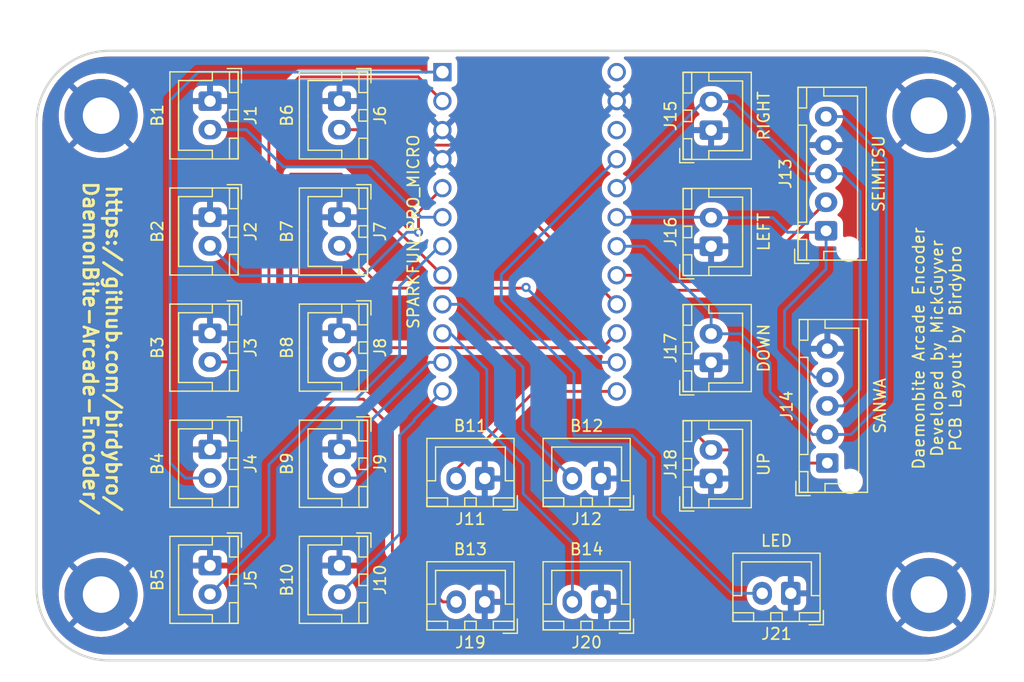
<source format=kicad_pcb>
(kicad_pcb (version 20211014) (generator pcbnew)
  (title_block (title "Daemonbite-Arcade-Encoder") (date "2022-03-05") (rev "0") (company "MiSTer FPGA") (comment 1 "Original Arduino Code and wiring diagrams by MickGuyver") (comment 2 "PCB Design by Kevin Coleman (birdybro)"))
  (layers (0 "F.Cu" signal) (31 "B.Cu" signal) (34 "B.Paste" user) (35 "F.Paste" user) (36 "B.SilkS" user "B.Silkscreen") (37 "F.SilkS" user "F.Silkscreen") (38 "B.Mask" user) (39 "F.Mask" user) (44 "Edge.Cuts" user))
  (net 0 "")
  (net 1 "/B4")
  (net 2 "/B3")
  (net 3 "GND")
  (net 4 "/B2")
  (net 5 "/B1")
  (net 6 "/B5")
  (net 7 "/B13")
  (net 8 "/B12")
  (net 9 "/B14")
  (net 10 "/B9")
  (net 11 "/B10")
  (net 12 "/B11")
  (net 13 "/B7")
  (net 14 "/B8")
  (net 15 "/B6")
  (net 16 "/UP")
  (net 17 "/DOWN")
  (net 18 "/LEFT")
  (net 19 "/RIGHT")
  (net 20 "/VCC")
  (footprint "Connector_JST:JST_XH_B2B-XH-A_1x02_P2.50mm_Vertical" (layer "F.Cu") (at 74.860983 47.582339 -90)
    (fp_text reference "J2" (at 1.25 -3.55 90) (layer "F.SilkS"))
    (fp_text value "B2" (at 1.25 4.6 90) (layer "F.SilkS"))
    (pad "1" thru_hole roundrect (at 0 0 270) (size 1.7 2) (drill 1) (layers *.Cu *.Mask) (roundrect_rratio 0.1470588235) (net 3 "GND"))
    (pad "2" thru_hole oval (at 2.5 0 270) (size 1.7 2) (drill 1) (layers *.Cu *.Mask) (net 4 "/B2"))
  )
  (footprint "Connector_JST:JST_XH_B2B-XH-A_1x02_P2.50mm_Vertical" (layer "F.Cu") (at 98.880983 81.237339 180)
    (fp_text reference "J19" (at 1.25 -3.55) (layer "F.SilkS"))
    (fp_text value "B13" (at 1.25 4.6) (layer "F.SilkS"))
    (pad "1" thru_hole roundrect (at 0 0 180) (size 1.7 2) (drill 1) (layers *.Cu *.Mask) (roundrect_rratio 0.1470588235) (net 3 "GND"))
    (pad "2" thru_hole oval (at 2.5 0 180) (size 1.7 2) (drill 1) (layers *.Cu *.Mask) (net 7 "/B13"))
  )
  (footprint "MountingHole:MountingHole_3.2mm_M3_Pad" (layer "F.Cu") (at 65.335983 80.602339)
    (fp_text reference "H2")
    (fp_text value "MountingHole_Pad")
    (pad "1" thru_hole circle (at 0 0) (size 6.4 6.4) (drill 3.2) (layers *.Cu *.Mask) (net 3 "GND"))
  )
  (footprint "Connector_JST:JST_XH_B2B-XH-A_1x02_P2.50mm_Vertical" (layer "F.Cu") (at 109.040983 70.442339 180)
    (fp_text reference "J12" (at 1.25 -3.55) (layer "F.SilkS"))
    (fp_text value "B12" (at 1.25 4.6) (layer "F.SilkS"))
    (pad "1" thru_hole roundrect (at 0 0 180) (size 1.7 2) (drill 1) (layers *.Cu *.Mask) (roundrect_rratio 0.1470588235) (net 3 "GND"))
    (pad "2" thru_hole oval (at 2.5 0 180) (size 1.7 2) (drill 1) (layers *.Cu *.Mask) (net 8 "/B12"))
  )
  (footprint "Connector_JST:JST_XH_B2B-XH-A_1x02_P2.50mm_Vertical" (layer "F.Cu") (at 118.675983 50.122339 90)
    (fp_text reference "J16" (at 1.25 -3.55 90) (layer "F.SilkS"))
    (fp_text value "LEFT" (at 1.25 4.6 90) (layer "F.SilkS"))
    (pad "1" thru_hole roundrect (at 0 0 90) (size 1.7 2) (drill 1) (layers *.Cu *.Mask) (roundrect_rratio 0.1470588235) (net 3 "GND"))
    (pad "2" thru_hole oval (at 2.5 0 90) (size 1.7 2) (drill 1) (layers *.Cu *.Mask) (net 18 "/LEFT"))
  )
  (footprint "Connector_JST:JST_XH_B2B-XH-A_1x02_P2.50mm_Vertical" (layer "F.Cu") (at 74.860983 78.062339 -90)
    (fp_text reference "J5" (at 1.25 -3.55 90) (layer "F.SilkS"))
    (fp_text value "B5" (at 1.25 4.6 90) (layer "F.SilkS"))
    (pad "1" thru_hole roundrect (at 0 0 270) (size 1.7 2) (drill 1) (layers *.Cu *.Mask) (roundrect_rratio 0.1470588235) (net 3 "GND"))
    (pad "2" thru_hole oval (at 2.5 0 270) (size 1.7 2) (drill 1) (layers *.Cu *.Mask) (net 6 "/B5"))
  )
  (footprint "Connector_JST:JST_XH_B2B-XH-A_1x02_P2.50mm_Vertical" (layer "F.Cu") (at 118.675983 39.962339 90)
    (fp_text reference "J15" (at 1.25 -3.55 90) (layer "F.SilkS"))
    (fp_text value "RIGHT" (at 1.25 4.6 90) (layer "F.SilkS"))
    (pad "1" thru_hole roundrect (at 0 0 90) (size 1.7 2) (drill 1) (layers *.Cu *.Mask) (roundrect_rratio 0.1470588235) (net 3 "GND"))
    (pad "2" thru_hole oval (at 2.5 0 90) (size 1.7 2) (drill 1) (layers *.Cu *.Mask) (net 19 "/RIGHT"))
  )
  (footprint "Connector_JST:JST_XH_B2B-XH-A_1x02_P2.50mm_Vertical" (layer "F.Cu") (at 86.180983 67.902339 -90)
    (fp_text reference "J9" (at 1.25 -3.55 90) (layer "F.SilkS"))
    (fp_text value "B9" (at 1.25 4.6 90) (layer "F.SilkS"))
    (pad "1" thru_hole roundrect (at 0 0 270) (size 1.7 2) (drill 1) (layers *.Cu *.Mask) (roundrect_rratio 0.1470588235) (net 3 "GND"))
    (pad "2" thru_hole oval (at 2.5 0 270) (size 1.7 2) (drill 1) (layers *.Cu *.Mask) (net 10 "/B9"))
  )
  (footprint "Connector_JST:JST_XH_B2B-XH-A_1x02_P2.50mm_Vertical" (layer "F.Cu") (at 74.860983 37.422339 -90)
    (fp_text reference "J1" (at 1.25 -3.55 90) (layer "F.SilkS"))
    (fp_text value "B1" (at 1.25 4.6 90) (layer "F.SilkS"))
    (pad "1" thru_hole roundrect (at 0 0 270) (size 1.7 2) (drill 1) (layers *.Cu *.Mask) (roundrect_rratio 0.1470588235) (net 3 "GND"))
    (pad "2" thru_hole oval (at 2.5 0 270) (size 1.7 2) (drill 1) (layers *.Cu *.Mask) (net 5 "/B1"))
  )
  (footprint "MountingHole:MountingHole_3.2mm_M3_Pad" (layer "F.Cu") (at 137.725983 38.692339)
    (fp_text reference "H4")
    (fp_text value "MountingHole_Pad")
    (pad "1" thru_hole circle (at 0 0) (size 6.4 6.4) (drill 3.2) (layers *.Cu *.Mask) (net 3 "GND"))
  )
  (footprint "MountingHole:MountingHole_3.2mm_M3_Pad" (layer "F.Cu") (at 65.335983 38.692339)
    (fp_text reference "H1")
    (fp_text value "MountingHole_Pad")
    (pad "1" thru_hole circle (at 0 0) (size 6.4 6.4) (drill 3.2) (layers *.Cu *.Mask) (net 3 "GND"))
  )
  (footprint "promicro:ProMicro-NoSilk" (layer "F.Cu") (at 102.800983 48.852339 -90)
    (fp_text reference "B1" hide)
    (fp_text value "SPARKFUN_PRO_MICRO" (at 0 10.16 -90) (layer "F.SilkS"))
    (pad "1" thru_hole rect locked (at -13.97 7.62 270) (size 1.6 1.6) (drill 1.1) (layers *.Cu *.Mask) (net 1 "/B4"))
    (pad "2" thru_hole circle locked (at -11.43 7.62 270) (size 1.6 1.6) (drill 1.1) (layers *.Cu *.Mask) (net 2 "/B3"))
    (pad "3" thru_hole circle locked (at -8.89 7.62 270) (size 1.6 1.6) (drill 1.1) (layers *.Cu *.Mask) (net 3 "GND"))
    (pad "4" thru_hole circle locked (at -6.35 7.62 270) (size 1.6 1.6) (drill 1.1) (layers *.Cu *.Mask) (net 3 "GND"))
    (pad "5" thru_hole circle locked (at -3.81 7.62 270) (size 1.6 1.6) (drill 1.1) (layers *.Cu *.Mask) (net 4 "/B2"))
    (pad "6" thru_hole circle locked (at -1.27 7.62 270) (size 1.6 1.6) (drill 1.1) (layers *.Cu *.Mask) (net 5 "/B1"))
    (pad "7" thru_hole circle locked (at 1.27 7.62 270) (size 1.6 1.6) (drill 1.1) (layers *.Cu *.Mask) (net 6 "/B5"))
    (pad "8" thru_hole circle locked (at 3.81 7.62 270) (size 1.6 1.6) (drill 1.1) (layers *.Cu *.Mask) (net 7 "/B13"))
    (pad "9" thru_hole circle locked (at 6.35 7.62 270) (size 1.6 1.6) (drill 1.1) (layers *.Cu *.Mask) (net 8 "/B12"))
    (pad "10" thru_hole circle locked (at 8.89 7.62 270) (size 1.6 1.6) (drill 1.1) (layers *.Cu *.Mask) (net 9 "/B14"))
    (pad "11" thru_hole circle locked (at 11.43 7.62 270) (size 1.6 1.6) (drill 1.1) (layers *.Cu *.Mask) (net 10 "/B9"))
    (pad "12" thru_hole circle locked (at 13.97 7.62 270) (size 1.6 1.6) (drill 1.1) (layers *.Cu *.Mask) (net 11 "/B10"))
    (pad "13" thru_hole circle locked (at 13.97 -7.62 270) (size 1.6 1.6) (drill 1.1) (layers *.Cu *.Mask) (net 12 "/B11"))
    (pad "14" thru_hole circle locked (at 11.43 -7.62 270) (size 1.6 1.6) (drill 1.1) (layers *.Cu *.Mask) (net 13 "/B7"))
    (pad "15" thru_hole circle locked (at 8.89 -7.62 270) (size 1.6 1.6) (drill 1.1) (layers *.Cu *.Mask) (net 14 "/B8"))
    (pad "16" thru_hole circle locked (at 6.35 -7.62 270) (size 1.6 1.6) (drill 1.1) (layers *.Cu *.Mask) (net 15 "/B6"))
    (pad "17" thru_hole circle locked (at 3.81 -7.62 270) (size 1.6 1.6) (drill 1.1) (layers *.Cu *.Mask) (net 16 "/UP"))
    (pad "18" thru_hole circle locked (at 1.27 -7.62 270) (size 1.6 1.6) (drill 1.1) (layers *.Cu *.Mask) (net 17 "/DOWN"))
    (pad "19" thru_hole circle locked (at -1.27 -7.62 270) (size 1.6 1.6) (drill 1.1) (layers *.Cu *.Mask) (net 18 "/LEFT"))
    (pad "20" thru_hole circle locked (at -3.81 -7.62 270) (size 1.6 1.6) (drill 1.1) (layers *.Cu *.Mask) (net 19 "/RIGHT"))
    (pad "21" thru_hole circle locked (at -6.35 -7.62 270) (size 1.6 1.6) (drill 1.1) (layers *.Cu *.Mask) (net 20 "/VCC"))
    (pad "22" thru_hole circle locked (at -8.89 -7.62 270) (size 1.6 1.6) (drill 1.1) (layers *.Cu *.Mask))
    (pad "23" thru_hole circle locked (at -11.43 -7.62 270) (size 1.6 1.6) (drill 1.1) (layers *.Cu *.Mask) (net 3 "GND"))
    (pad "24" thru_hole circle locked (at -13.97 -7.62 270) (size 1.6 1.6) (drill 1.1) (layers *.Cu *.Mask))
  )
  (footprint "Connector_JST:JST_XH_B2B-XH-A_1x02_P2.50mm_Vertical" (layer "F.Cu") (at 74.860983 57.742339 -90)
    (fp_text reference "J3" (at 1.25 -3.55 90) (layer "F.SilkS"))
    (fp_text value "B3" (at 1.25 4.6 90) (layer "F.SilkS"))
    (pad "1" thru_hole roundrect (at 0 0 270) (size 1.7 2) (drill 1) (layers *.Cu *.Mask) (roundrect_rratio 0.1470588235) (net 3 "GND"))
    (pad "2" thru_hole oval (at 2.5 0 270) (size 1.7 2) (drill 1) (layers *.Cu *.Mask) (net 2 "/B3"))
  )
  (footprint "Connector_JST:JST_XH_B2B-XH-A_1x02_P2.50mm_Vertical" (layer "F.Cu") (at 109.040983 81.237339 180)
    (fp_text reference "J20" (at 1.25 -3.55) (layer "F.SilkS"))
    (fp_text value "B14" (at 1.25 4.6) (layer "F.SilkS"))
    (pad "1" thru_hole roundrect (at 0 0 180) (size 1.7 2) (drill 1) (layers *.Cu *.Mask) (roundrect_rratio 0.1470588235) (net 3 "GND"))
    (pad "2" thru_hole oval (at 2.5 0 180) (size 1.7 2) (drill 1) (layers *.Cu *.Mask) (net 9 "/B14"))
  )
  (footprint "Connector_JST:JST_XH_B2B-XH-A_1x02_P2.50mm_Vertical" (layer "F.Cu") (at 98.880983 70.442339 180)
    (fp_text reference "J11" (at 1.25 -3.55) (layer "F.SilkS"))
    (fp_text value "B11" (at 1.25 4.6) (layer "F.SilkS"))
    (pad "1" thru_hole roundrect (at 0 0 180) (size 1.7 2) (drill 1) (layers *.Cu *.Mask) (roundrect_rratio 0.1470588235) (net 3 "GND"))
    (pad "2" thru_hole oval (at 2.5 0 180) (size 1.7 2) (drill 1) (layers *.Cu *.Mask) (net 12 "/B11"))
  )
  (footprint "Connector_JST:JST_XH_B2B-XH-A_1x02_P2.50mm_Vertical" (layer "F.Cu") (at 86.180983 78.062339 -90)
    (fp_text reference "J10" (at 1.25 -3.55 90) (layer "F.SilkS"))
    (fp_text value "B10" (at 1.25 4.6 90) (layer "F.SilkS"))
    (pad "1" thru_hole roundrect (at 0 0 270) (size 1.7 2) (drill 1) (layers *.Cu *.Mask) (roundrect_rratio 0.1470588235) (net 3 "GND"))
    (pad "2" thru_hole oval (at 2.5 0 270) (size 1.7 2) (drill 1) (layers *.Cu *.Mask) (net 11 "/B10"))
  )
  (footprint "Connector_JST:JST_XH_B2B-XH-A_1x02_P2.50mm_Vertical" (layer "F.Cu") (at 86.180983 57.742339 -90)
    (fp_text reference "J8" (at 1.25 -3.55 90) (layer "F.SilkS"))
    (fp_text value "B8" (at 1.25 4.6 90) (layer "F.SilkS"))
    (pad "1" thru_hole roundrect (at 0 0 270) (size 1.7 2) (drill 1) (layers *.Cu *.Mask) (roundrect_rratio 0.1470588235) (net 3 "GND"))
    (pad "2" thru_hole oval (at 2.5 0 270) (size 1.7 2) (drill 1) (layers *.Cu *.Mask) (net 14 "/B8"))
  )
  (footprint "Connector_JST:JST_XH_B5B-XH-AM_1x05_P2.50mm_Vertical" (layer "F.Cu") (at 128.725983 48.772339 90)
    (fp_text reference "J13" (at 5 -3.55 90) (layer "F.SilkS"))
    (fp_text value "SEIMITSU" (at 5 4.6 90) (layer "F.SilkS"))
    (pad "" np_thru_hole circle (at -1.6 2 90) (size 1.2 1.2) (drill 1.2) (layers *.Cu *.Mask))
    (pad "1" thru_hole roundrect (at 0 0 90) (size 1.7 1.95) (drill 0.95) (layers *.Cu *.Mask) (roundrect_rratio 0.1470588235) (net 18 "/LEFT"))
    (pad "2" thru_hole oval (at 2.5 0 90) (size 1.7 1.95) (drill 0.95) (layers *.Cu *.Mask) (net 16 "/UP"))
    (pad "3" thru_hole oval (at 5 0 90) (size 1.7 1.95) (drill 0.95) (layers *.Cu *.Mask) (net 19 "/RIGHT"))
    (pad "4" thru_hole oval (at 7.5 0 90) (size 1.7 1.95) (drill 0.95) (layers *.Cu *.Mask) (net 3 "GND"))
    (pad "5" thru_hole oval (at 10 0 90) (size 1.7 1.95) (drill 0.95) (layers *.Cu *.Mask) (net 17 "/DOWN"))
  )
  (footprint "MountingHole:MountingHole_3.2mm_M3_Pad" (layer "F.Cu") (at 137.725983 80.602339)
    (fp_text reference "H3")
    (fp_text value "MountingHole_Pad")
    (pad "1" thru_hole circle (at 0 0) (size 6.4 6.4) (drill 3.2) (layers *.Cu *.Mask) (net 3 "GND"))
  )
  (footprint "Connector_JST:JST_XH_B5B-XH-AM_1x05_P2.50mm_Vertical" (layer "F.Cu") (at 128.835983 69.092339 90)
    (fp_text reference "J14" (at 5 -3.55 90) (layer "F.SilkS"))
    (fp_text value "SANWA" (at 5 4.6 90) (layer "F.SilkS"))
    (pad "" np_thru_hole circle (at -1.6 2 90) (size 1.2 1.2) (drill 1.2) (layers *.Cu *.Mask))
    (pad "1" thru_hole roundrect (at 0 0 90) (size 1.7 1.95) (drill 0.95) (layers *.Cu *.Mask) (roundrect_rratio 0.1470588235) (net 16 "/UP"))
    (pad "2" thru_hole oval (at 2.5 0 90) (size 1.7 1.95) (drill 0.95) (layers *.Cu *.Mask) (net 17 "/DOWN"))
    (pad "3" thru_hole oval (at 5 0 90) (size 1.7 1.95) (drill 0.95) (layers *.Cu *.Mask) (net 19 "/RIGHT"))
    (pad "4" thru_hole oval (at 7.5 0 90) (size 1.7 1.95) (drill 0.95) (layers *.Cu *.Mask) (net 18 "/LEFT"))
    (pad "5" thru_hole oval (at 10 0 90) (size 1.7 1.95) (drill 0.95) (layers *.Cu *.Mask) (net 3 "GND"))
  )
  (footprint "Connector_JST:JST_XH_B2B-XH-A_1x02_P2.50mm_Vertical" (layer "F.Cu") (at 86.180983 47.582339 -90)
    (fp_text reference "J7" (at 1.25 -3.55 90) (layer "F.SilkS"))
    (fp_text value "B7" (at 1.25 4.6 90) (layer "F.SilkS"))
    (pad "1" thru_hole roundrect (at 0 0 270) (size 1.7 2) (drill 1) (layers *.Cu *.Mask) (roundrect_rratio 0.1470588235) (net 3 "GND"))
    (pad "2" thru_hole oval (at 2.5 0 270) (size 1.7 2) (drill 1) (layers *.Cu *.Mask) (net 13 "/B7"))
  )
  (footprint "Connector_JST:JST_XH_B2B-XH-A_1x02_P2.50mm_Vertical" (layer "F.Cu") (at 118.675983 70.442339 90)
    (fp_text reference "J18" (at 1.25 -3.55 90) (layer "F.SilkS"))
    (fp_text value "UP" (at 1.25 4.6 90) (layer "F.SilkS"))
    (pad "1" thru_hole roundrect (at 0 0 90) (size 1.7 2) (drill 1) (layers *.Cu *.Mask) (roundrect_rratio 0.1470588235) (net 3 "GND"))
    (pad "2" thru_hole oval (at 2.5 0 90) (size 1.7 2) (drill 1) (layers *.Cu *.Mask) (net 16 "/UP"))
  )
  (footprint "Connector_JST:JST_XH_B2B-XH-A_1x02_P2.50mm_Vertical" (layer "F.Cu") (at 74.860983 67.902339 -90)
    (fp_text reference "J4" (at 1.25 -3.55 90) (layer "F.SilkS"))
    (fp_text value "B4" (at 1.25 4.6 90) (layer "F.SilkS"))
    (pad "1" thru_hole roundrect (at 0 0 270) (size 1.7 2) (drill 1) (layers *.Cu *.Mask) (roundrect_rratio 0.1470588235) (net 3 "GND"))
    (pad "2" thru_hole oval (at 2.5 0 270) (size 1.7 2) (drill 1) (layers *.Cu *.Mask) (net 1 "/B4"))
  )
  (footprint "Connector_JST:JST_XH_B2B-XH-A_1x02_P2.50mm_Vertical" (layer "F.Cu") (at 86.180983 37.422339 -90)
    (fp_text reference "J6" (at 1.25 -3.55 90) (layer "F.SilkS"))
    (fp_text value "B6" (at 1.25 4.6 90) (layer "F.SilkS"))
    (pad "1" thru_hole roundrect (at 0 0 270) (size 1.7 2) (drill 1) (layers *.Cu *.Mask) (roundrect_rratio 0.1470588235) (net 3 "GND"))
    (pad "2" thru_hole oval (at 2.5 0 270) (size 1.7 2) (drill 1) (layers *.Cu *.Mask) (net 15 "/B6"))
  )
  (footprint "Connector_JST:JST_XH_B2B-XH-A_1x02_P2.50mm_Vertical" (layer "F.Cu") (at 118.675983 60.282339 90)
    (fp_text reference "J17" (at 1.25 -3.55 90) (layer "F.SilkS"))
    (fp_text value "DOWN" (at 1.25 4.6 90) (layer "F.SilkS"))
    (pad "1" thru_hole roundrect (at 0 0 90) (size 1.7 2) (drill 1) (layers *.Cu *.Mask) (roundrect_rratio 0.1470588235) (net 3 "GND"))
    (pad "2" thru_hole oval (at 2.5 0 90) (size 1.7 2) (drill 1) (layers *.Cu *.Mask) (net 17 "/DOWN"))
  )
  (footprint "Connector_JST:JST_XH_B2B-XH-A_1x02_P2.50mm_Vertical" (layer "F.Cu") (at 125.640983 80.492339 180)
    (fp_text reference "J21" (at 1.25 -3.55) (layer "F.SilkS"))
    (fp_text value "LED" (at 1.25 4.6) (layer "F.SilkS"))
    (pad "1" thru_hole roundrect (at 0 0 180) (size 1.7 2) (drill 1) (layers *.Cu *.Mask) (roundrect_rratio 0.1470588235) (net 3 "GND"))
    (pad "2" thru_hole oval (at 2.5 0 180) (size 1.7 2) (drill 1) (layers *.Cu *.Mask) (net 20 "/VCC"))
  )
  (gr_arc (start 143.51 80.01) (mid 141.650128 84.500128) (end 137.16 86.36) (layer "Edge.Cuts") (width 0.2))
  (gr_arc (start 137.16 33.02) (mid 141.650128 34.879872) (end 143.51 39.37) (layer "Edge.Cuts") (width 0.2))
  (gr_line (start 137.16 86.36) (end 66.04 86.36) (layer "Edge.Cuts") (width 0.2))
  (gr_line (start 59.69 80.01) (end 59.69 39.37) (layer "Edge.Cuts") (width 0.2))
  (gr_line (start 143.51 39.37) (end 143.51 80.01) (layer "Edge.Cuts") (width 0.2))
  (gr_arc (start 66.04 86.36) (mid 61.549872 84.500128) (end 59.69 80.01) (layer "Edge.Cuts") (width 0.2))
  (gr_line (start 66.04 33.02) (end 137.16 33.02) (layer "Edge.Cuts") (width 0.2))
  (gr_arc (start 59.69 39.37) (mid 61.549872 34.879872) (end 66.04 33.02) (layer "Edge.Cuts") (width 0.2))
  (gr_text "https://github.com/birdybro/\nDaemonBite-Arcade-Encoder/" (at 65.405 59.055 270) (layer "F.SilkS") (effects (font (size 1.25 1.25) (thickness 0.25))))
  (gr_text "Daemonbite Arcade Encoder\nDeveloped by MickGuyver\nPCB Layout by Birdybro" (at 138.43 59.055 90) (layer "F.SilkS") (effects (font (size 1 1))))
  (segment (start 71.374 37.338) (end 73.829661 34.882339) (width 0.25) (layer "B.Cu") (net 1))
  (segment (start 73.829661 34.882339) (end 95.180983 34.882339) (width 0.25) (layer "B.Cu") (net 1))
  (segment (start 74.860983 70.402339) (end 72.688339 70.402339) (width 0.25) (layer "B.Cu") (net 1))
  (segment (start 71.374 69.088) (end 71.374 37.338) (width 0.25) (layer "B.Cu") (net 1))
  (segment (start 72.688339 70.402339) (end 71.374 69.088) (width 0.25) (layer "B.Cu") (net 1))
  (segment (start 80.01 57.531) (end 80.01 37.973) (width 0.25) (layer "F.Cu") (net 2))
  (segment (start 82.677 35.306) (end 93.064644 35.306) (width 0.25) (layer "F.Cu") (net 2))
  (segment (start 93.064644 35.306) (end 95.180983 37.422339) (width 0.25) (layer "F.Cu") (net 2))
  (segment (start 74.860983 60.242339) (end 77.298661 60.242339) (width 0.25) (layer "F.Cu") (net 2))
  (segment (start 77.298661 60.242339) (end 80.01 57.531) (width 0.25) (layer "F.Cu") (net 2))
  (segment (start 80.01 37.973) (end 82.677 35.306) (width 0.25) (layer "F.Cu") (net 2))
  (segment (start 93.091 47.132322) (end 95.180983 45.042339) (width 0.25) (layer "F.Cu") (net 4))
  (segment (start 93.091 48.895) (end 93.091 47.132322) (width 0.25) (layer "F.Cu") (net 4))
  (via (at 93.091 48.895) (size 0.8) (drill 0.4) (layers "F.Cu" "B.Cu") (net 4))
  (segment (start 74.860983 50.082339) (end 77.483644 52.705) (width 0.25) (layer "B.Cu") (net 4))
  (segment (start 92.075 48.895) (end 93.091 48.895) (width 0.25) (layer "B.Cu") (net 4))
  (segment (start 77.483644 52.705) (end 88.265 52.705) (width 0.25) (layer "B.Cu") (net 4))
  (segment (start 88.265 52.705) (end 92.075 48.895) (width 0.25) (layer "B.Cu") (net 4))
  (segment (start 88.9 43.18) (end 93.302339 47.582339) (width 0.25) (layer "B.Cu") (net 5))
  (segment (start 78.022339 39.922339) (end 81.28 43.18) (width 0.25) (layer "B.Cu") (net 5))
  (segment (start 93.302339 47.582339) (end 95.180983 47.582339) (width 0.25) (layer "B.Cu") (net 5))
  (segment (start 74.860983 39.922339) (end 78.022339 39.922339) (width 0.25) (layer "B.Cu") (net 5))
  (segment (start 81.28 43.18) (end 88.9 43.18) (width 0.25) (layer "B.Cu") (net 5))
  (segment (start 91.44 53.594) (end 94.911661 50.122339) (width 0.25) (layer "B.Cu") (net 6))
  (segment (start 80.01 75.413322) (end 80.01 69.215) (width 0.25) (layer "B.Cu") (net 6))
  (segment (start 91.44 59.69) (end 91.44 53.594) (width 0.25) (layer "B.Cu") (net 6))
  (segment (start 87.63 63.5) (end 91.44 59.69) (width 0.25) (layer "B.Cu") (net 6))
  (segment (start 85.725 63.5) (end 87.63 63.5) (width 0.25) (layer "B.Cu") (net 6))
  (segment (start 80.01 69.215) (end 85.725 63.5) (width 0.25) (layer "B.Cu") (net 6))
  (segment (start 94.911661 50.122339) (end 95.180983 50.122339) (width 0.25) (layer "B.Cu") (net 6))
  (segment (start 74.860983 80.562339) (end 80.01 75.413322) (width 0.25) (layer "B.Cu") (net 6))
  (segment (start 96.380983 81.237339) (end 95.204961 81.237339) (width 0.25) (layer "F.Cu") (net 7))
  (segment (start 81.915 43.815) (end 86.333644 43.815) (width 0.25) (layer "F.Cu") (net 7))
  (segment (start 95.204961 81.237339) (end 90.805 76.837378) (width 0.25) (layer "F.Cu") (net 7))
  (segment (start 82.55 63.5) (end 81.915 62.865) (width 0.25) (layer "F.Cu") (net 7))
  (segment (start 90.805 66.04) (end 88.265 63.5) (width 0.25) (layer "F.Cu") (net 7))
  (segment (start 90.805 76.837378) (end 90.805 66.04) (width 0.25) (layer "F.Cu") (net 7))
  (segment (start 81.915 62.865) (end 81.915 43.815) (width 0.25) (layer "F.Cu") (net 7))
  (segment (start 86.333644 43.815) (end 95.180983 52.662339) (width 0.25) (layer "F.Cu") (net 7))
  (segment (start 88.265 63.5) (end 82.55 63.5) (width 0.25) (layer "F.Cu") (net 7))
  (segment (start 96.731339 55.202339) (end 95.180983 55.202339) (width 0.25) (layer "B.Cu") (net 8))
  (segment (start 106.540983 70.442339) (end 102.235 66.136356) (width 0.25) (layer "B.Cu") (net 8))
  (segment (start 102.235 66.136356) (end 102.235 60.706) (width 0.25) (layer "B.Cu") (net 8))
  (segment (start 102.235 60.706) (end 96.731339 55.202339) (width 0.25) (layer "B.Cu") (net 8))
  (segment (start 106.540983 81.237339) (end 106.540983 76.060983) (width 0.25) (layer "B.Cu") (net 9))
  (segment (start 95.879731 57.742339) (end 95.180983 57.742339) (width 0.25) (layer "B.Cu") (net 9))
  (segment (start 106.540983 76.060983) (end 102.235 71.755) (width 0.25) (layer "B.Cu") (net 9))
  (segment (start 102.235 69.215) (end 99.06 66.04) (width 0.25) (layer "B.Cu") (net 9))
  (segment (start 102.235 71.755) (end 102.235 69.215) (width 0.25) (layer "B.Cu") (net 9))
  (segment (start 99.06 66.04) (end 99.06 60.922608) (width 0.25) (layer "B.Cu") (net 9))
  (segment (start 99.06 60.922608) (end 95.879731 57.742339) (width 0.25) (layer "B.Cu") (net 9))
  (segment (start 94.022661 60.282339) (end 95.180983 60.282339) (width 0.25) (layer "B.Cu") (net 10))
  (segment (start 86.180983 70.402339) (end 87.712661 70.402339) (width 0.25) (layer "B.Cu") (net 10))
  (segment (start 88.9 65.405) (end 94.022661 60.282339) (width 0.25) (layer "B.Cu") (net 10))
  (segment (start 87.712661 70.402339) (end 88.9 69.215) (width 0.25) (layer "B.Cu") (net 10))
  (segment (start 88.9 69.215) (end 88.9 65.405) (width 0.25) (layer "B.Cu") (net 10))
  (segment (start 92.71 65.293322) (end 95.180983 62.822339) (width 0.25) (layer "B.Cu") (net 11))
  (segment (start 92.71 65.405) (end 92.71 65.293322) (width 0.25) (layer "B.Cu") (net 11))
  (segment (start 86.180983 80.562339) (end 91.44 75.303322) (width 0.25) (layer "B.Cu") (net 11))
  (segment (start 91.44 75.303322) (end 91.44 66.675) (width 0.25) (layer "B.Cu") (net 11))
  (segment (start 91.44 66.675) (end 92.71 65.405) (width 0.25) (layer "B.Cu") (net 11))
  (segment (start 96.380983 70.442339) (end 96.380983 69.667897) (width 0.25) (layer "F.Cu") (net 12))
  (segment (start 96.380983 69.667897) (end 103.226541 62.822339) (width 0.25) (layer "F.Cu") (net 12))
  (segment (start 103.226541 62.822339) (end 110.420983 62.822339) (width 0.25) (layer "F.Cu") (net 12))
  (segment (start 86.180983 50.082339) (end 89.885494 53.78685) (width 0.25) (layer "F.Cu") (net 13))
  (segment (start 102.42315 53.78685) (end 102.489 53.721) (width 0.25) (layer "F.Cu") (net 13))
  (segment (start 89.885494 53.78685) (end 102.42315 53.78685) (width 0.25) (layer "F.Cu") (net 13))
  (via (at 102.489 53.721) (size 0.8) (drill 0.4) (layers "F.Cu" "B.Cu") (net 13))
  (segment (start 102.489 53.721) (end 109.050339 60.282339) (width 0.25) (layer "B.Cu") (net 13))
  (segment (start 109.050339 60.282339) (end 110.420983 60.282339) (width 0.25) (layer "B.Cu") (net 13))
  (segment (start 87.425571 58.997751) (end 109.165571 58.997751) (width 0.25) (layer "F.Cu") (net 14))
  (segment (start 109.165571 58.997751) (end 110.420983 57.742339) (width 0.25) (layer "F.Cu") (net 14))
  (segment (start 86.180983 60.242339) (end 87.425571 58.997751) (width 0.25) (layer "F.Cu") (net 14))
  (segment (start 90.087339 39.922339) (end 91.44 41.275) (width 0.25) (layer "F.Cu") (net 15))
  (segment (start 86.180983 39.922339) (end 90.087339 39.922339) (width 0.25) (layer "F.Cu") (net 15))
  (segment (start 99.06 41.275) (end 99.06 43.841356) (width 0.25) (layer "F.Cu") (net 15))
  (segment (start 91.44 41.275) (end 99.06 41.275) (width 0.25) (layer "F.Cu") (net 15))
  (segment (start 99.06 43.841356) (end 110.420983 55.202339) (width 0.25) (layer "F.Cu") (net 15))
  (segment (start 114.3 63.5) (end 114.3 53.975) (width 0.25) (layer "F.Cu") (net 16))
  (segment (start 123.19 53.34) (end 122.555 53.975) (width 0.25) (layer "F.Cu") (net 16))
  (segment (start 118.675983 67.942339) (end 118.675983 67.875983) (width 0.25) (layer "F.Cu") (net 16))
  (segment (start 128.835983 69.092339) (end 124.337339 69.092339) (width 0.25) (layer "F.Cu") (net 16))
  (segment (start 123.187339 67.942339) (end 118.675983 67.942339) (width 0.25) (layer "F.Cu") (net 16))
  (segment (start 122.555 53.975) (end 114.3 53.975) (width 0.25) (layer "F.Cu") (net 16))
  (segment (start 118.675983 67.875983) (end 114.3 63.5) (width 0.25) (layer "F.Cu") (net 16))
  (segment (start 114.3 53.975) (end 112.987339 52.662339) (width 0.25) (layer "F.Cu") (net 16))
  (segment (start 124.337339 69.092339) (end 123.187339 67.942339) (width 0.25) (layer "F.Cu") (net 16))
  (segment (start 128.725983 46.272339) (end 123.19 51.808322) (width 0.25) (layer "F.Cu") (net 16))
  (segment (start 123.19 51.808322) (end 123.19 53.34) (width 0.25) (layer "F.Cu") (net 16))
  (segment (start 112.987339 52.662339) (end 110.420983 52.662339) (width 0.25) (layer "F.Cu") (net 16))
  (segment (start 128.725983 38.772339) (end 130.212339 38.772339) (width 0.25) (layer "B.Cu") (net 17))
  (segment (start 123.825 62.865) (end 123.825 60.325) (width 0.25) (layer "B.Cu") (net 17))
  (segment (start 127.552339 66.592339) (end 123.825 62.865) (width 0.25) (layer "B.Cu") (net 17))
  (segment (start 130.212339 38.772339) (end 133.985 42.545) (width 0.25) (layer "B.Cu") (net 17))
  (segment (start 123.825 60.325) (end 121.282339 57.782339) (width 0.25) (layer "B.Cu") (net 17))
  (segment (start 118.675983 57.782339) (end 118.675983 55.937983) (width 0.25) (layer "B.Cu") (net 17))
  (segment (start 133.985 63.5) (end 130.892661 66.592339) (width 0.25) (layer "B.Cu") (net 17))
  (segment (start 128.835983 66.592339) (end 127.552339 66.592339) (width 0.25) (layer "B.Cu") (net 17))
  (segment (start 121.282339 57.782339) (end 118.675983 57.782339) (width 0.25) (layer "B.Cu") (net 17))
  (segment (start 118.675983 55.937983) (end 112.860339 50.122339) (width 0.25) (layer "B.Cu") (net 17))
  (segment (start 133.985 42.545) (end 133.985 63.5) (width 0.25) (layer "B.Cu") (net 17))
  (segment (start 130.892661 66.592339) (end 128.835983 66.592339) (width 0.25) (layer "B.Cu") (net 17))
  (segment (start 112.860339 50.122339) (end 110.420983 50.122339) (width 0.25) (layer "B.Cu") (net 17))
  (segment (start 127.759339 61.592339) (end 128.835983 61.592339) (width 0.25) (layer "B.Cu") (net 18))
  (segment (start 124.076339 47.622339) (end 125.349 48.895) (width 0.25) (layer "B.Cu") (net 18))
  (segment (start 118.635983 47.582339) (end 118.675983 47.622339) (width 0.25) (layer "B.Cu") (net 18))
  (segment (start 110.420983 47.582339) (end 118.635983 47.582339) (width 0.25) (layer "B.Cu") (net 18))
  (segment (start 128.725983 48.772339) (end 128.725983 52.122017) (width 0.25) (layer "B.Cu") (net 18))
  (segment (start 125.095 55.753) (end 125.095 58.928) (width 0.25) (layer "B.Cu") (net 18))
  (segment (start 128.725983 52.122017) (end 125.095 55.753) (width 0.25) (layer "B.Cu") (net 18))
  (segment (start 125.349 48.895) (end 128.603322 48.895) (width 0.25) (layer "B.Cu") (net 18))
  (segment (start 128.603322 48.895) (end 128.725983 48.772339) (width 0.25) (layer "B.Cu") (net 18))
  (segment (start 118.675983 47.622339) (end 124.076339 47.622339) (width 0.25) (layer "B.Cu") (net 18))
  (segment (start 125.095 58.928) (end 127.759339 61.592339) (width 0.25) (layer "B.Cu") (net 18))
  (segment (start 130.132339 43.772339) (end 128.725983 43.772339) (width 0.25) (layer "B.Cu") (net 19))
  (segment (start 131.700504 45.340504) (end 130.132339 43.772339) (width 0.25) (layer "B.Cu") (net 19))
  (segment (start 130.217661 64.092339) (end 131.700504 62.609496) (width 0.25) (layer "B.Cu") (net 19))
  (segment (start 120.647339 37.462339) (end 118.675983 37.462339) (width 0.25) (layer "B.Cu") (net 19))
  (segment (start 128.835983 64.092339) (end 130.217661 64.092339) (width 0.25) (layer "B.Cu") (net 19))
  (segment (start 128.725983 43.772339) (end 126.957339 43.772339) (width 0.25) (layer "B.Cu") (net 19))
  (segment (start 126.957339 43.772339) (end 120.647339 37.462339) (width 0.25) (layer "B.Cu") (net 19))
  (segment (start 118.675983 37.462339) (end 117.993322 37.462339) (width 0.25) (layer "B.Cu") (net 19))
  (segment (start 117.993322 37.462339) (end 110.420983 45.034678) (width 0.25) (layer "B.Cu") (net 19))
  (segment (start 131.700504 62.609496) (end 131.700504 45.340504) (width 0.25) (layer "B.Cu") (net 19))
  (segment (start 110.420983 45.034678) (end 110.420983 45.042339) (width 0.25) (layer "B.Cu") (net 19))
  (segment (start 120.497339 80.492339) (end 113.665 73.66) (width 0.25) (layer "B.Cu") (net 20))
  (segment (start 100.326776 52.596546) (end 110.420983 42.502339) (width 0.25) (layer "B.Cu") (net 20))
  (segment (start 123.140983 80.492339) (end 120.497339 80.492339) (width 0.25) (layer "B.Cu") (net 20))
  (segment (start 111.76 66.675) (end 106.68 66.675) (width 0.25) (layer "B.Cu") (net 20))
  (segment (start 106.68 61.223388) (end 100.326776 54.870164) (width 0.25) (layer "B.Cu") (net 20))
  (segment (start 113.665 68.58) (end 111.76 66.675) (width 0.25) (layer "B.Cu") (net 20))
  (segment (start 100.326776 54.870164) (end 100.326776 52.596546) (width 0.25) (layer "B.Cu") (net 20))
  (segment (start 106.68 66.675) (end 106.68 61.223388) (width 0.25) (layer "B.Cu") (net 20))
  (segment (start 113.665 73.66) (end 113.665 68.58) (width 0.25) (layer "B.Cu") (net 20))
  (zone (net 3) (net_name "GND") (layer "F.Cu") (connect_pads (clearance 0.508)) (min_thickness 0.254) (fill yes (thermal_gap 0.508) (thermal_bridge_width 0.508))
    (polygon (pts (xy 146.05 88.265) (xy 56.515 88.265) (xy 56.515 28.575) (xy 146.05 28.575)))
  )
  (zone (net 3) (net_name "GND") (layer "B.Cu") (connect_pads (clearance 0.508)) (min_thickness 0.254) (fill yes (thermal_gap 0.508) (thermal_bridge_width 0.508))
    (polygon (pts (xy 146.05 88.265) (xy 56.515 88.265) (xy 56.515 28.575) (xy 146.05 28.575)))
  )
)
</source>
